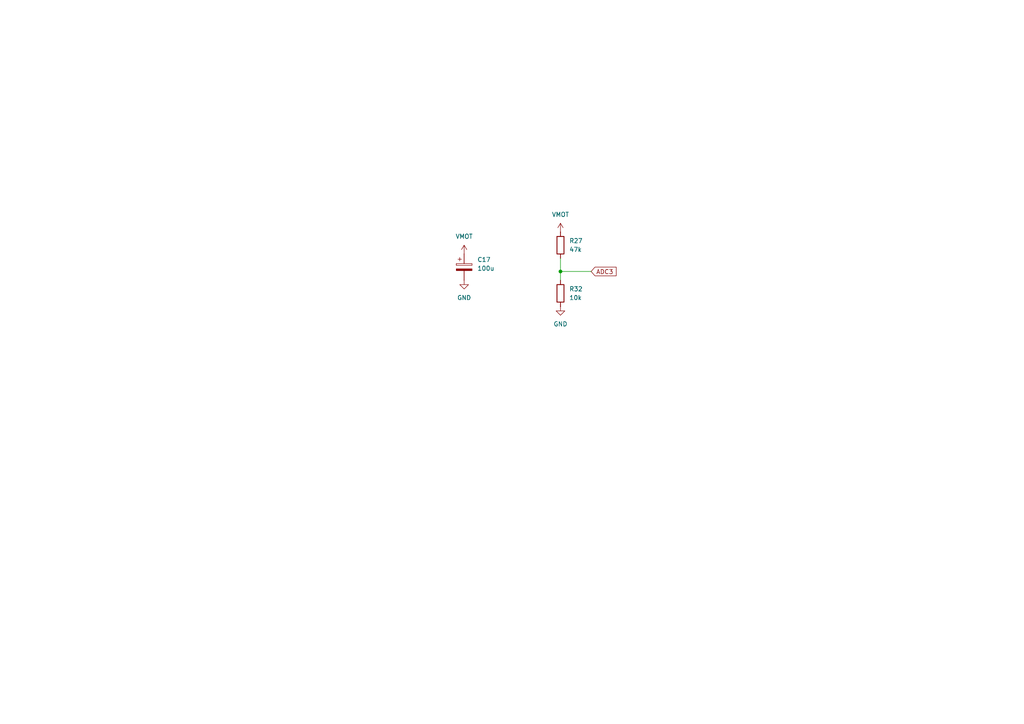
<source format=kicad_sch>
(kicad_sch
	(version 20250114)
	(generator "eeschema")
	(generator_version "9.0")
	(uuid "3751e28f-6601-4e0d-8864-6f5a68ebda71")
	(paper "A4")
	(title_block
		(company "Astra Robotics")
	)
	(lib_symbols
		(symbol "Device:C_Polarized"
			(pin_numbers
				(hide yes)
			)
			(pin_names
				(offset 0.254)
			)
			(exclude_from_sim no)
			(in_bom yes)
			(on_board yes)
			(property "Reference" "C"
				(at 0.635 2.54 0)
				(effects
					(font
						(size 1.27 1.27)
					)
					(justify left)
				)
			)
			(property "Value" "C_Polarized"
				(at 0.635 -2.54 0)
				(effects
					(font
						(size 1.27 1.27)
					)
					(justify left)
				)
			)
			(property "Footprint" ""
				(at 0.9652 -3.81 0)
				(effects
					(font
						(size 1.27 1.27)
					)
					(hide yes)
				)
			)
			(property "Datasheet" "~"
				(at 0 0 0)
				(effects
					(font
						(size 1.27 1.27)
					)
					(hide yes)
				)
			)
			(property "Description" "Polarized capacitor"
				(at 0 0 0)
				(effects
					(font
						(size 1.27 1.27)
					)
					(hide yes)
				)
			)
			(property "ki_keywords" "cap capacitor"
				(at 0 0 0)
				(effects
					(font
						(size 1.27 1.27)
					)
					(hide yes)
				)
			)
			(property "ki_fp_filters" "CP_*"
				(at 0 0 0)
				(effects
					(font
						(size 1.27 1.27)
					)
					(hide yes)
				)
			)
			(symbol "C_Polarized_0_1"
				(rectangle
					(start -2.286 0.508)
					(end 2.286 1.016)
					(stroke
						(width 0)
						(type default)
					)
					(fill
						(type none)
					)
				)
				(polyline
					(pts
						(xy -1.778 2.286) (xy -0.762 2.286)
					)
					(stroke
						(width 0)
						(type default)
					)
					(fill
						(type none)
					)
				)
				(polyline
					(pts
						(xy -1.27 2.794) (xy -1.27 1.778)
					)
					(stroke
						(width 0)
						(type default)
					)
					(fill
						(type none)
					)
				)
				(rectangle
					(start 2.286 -0.508)
					(end -2.286 -1.016)
					(stroke
						(width 0)
						(type default)
					)
					(fill
						(type outline)
					)
				)
			)
			(symbol "C_Polarized_1_1"
				(pin passive line
					(at 0 3.81 270)
					(length 2.794)
					(name "~"
						(effects
							(font
								(size 1.27 1.27)
							)
						)
					)
					(number "1"
						(effects
							(font
								(size 1.27 1.27)
							)
						)
					)
				)
				(pin passive line
					(at 0 -3.81 90)
					(length 2.794)
					(name "~"
						(effects
							(font
								(size 1.27 1.27)
							)
						)
					)
					(number "2"
						(effects
							(font
								(size 1.27 1.27)
							)
						)
					)
				)
			)
			(embedded_fonts no)
		)
		(symbol "Device:R"
			(pin_numbers
				(hide yes)
			)
			(pin_names
				(offset 0)
			)
			(exclude_from_sim no)
			(in_bom yes)
			(on_board yes)
			(property "Reference" "R"
				(at 2.032 0 90)
				(effects
					(font
						(size 1.27 1.27)
					)
				)
			)
			(property "Value" "R"
				(at 0 0 90)
				(effects
					(font
						(size 1.27 1.27)
					)
				)
			)
			(property "Footprint" ""
				(at -1.778 0 90)
				(effects
					(font
						(size 1.27 1.27)
					)
					(hide yes)
				)
			)
			(property "Datasheet" "~"
				(at 0 0 0)
				(effects
					(font
						(size 1.27 1.27)
					)
					(hide yes)
				)
			)
			(property "Description" "Resistor"
				(at 0 0 0)
				(effects
					(font
						(size 1.27 1.27)
					)
					(hide yes)
				)
			)
			(property "ki_keywords" "R res resistor"
				(at 0 0 0)
				(effects
					(font
						(size 1.27 1.27)
					)
					(hide yes)
				)
			)
			(property "ki_fp_filters" "R_*"
				(at 0 0 0)
				(effects
					(font
						(size 1.27 1.27)
					)
					(hide yes)
				)
			)
			(symbol "R_0_1"
				(rectangle
					(start -1.016 -2.54)
					(end 1.016 2.54)
					(stroke
						(width 0.254)
						(type default)
					)
					(fill
						(type none)
					)
				)
			)
			(symbol "R_1_1"
				(pin passive line
					(at 0 3.81 270)
					(length 1.27)
					(name "~"
						(effects
							(font
								(size 1.27 1.27)
							)
						)
					)
					(number "1"
						(effects
							(font
								(size 1.27 1.27)
							)
						)
					)
				)
				(pin passive line
					(at 0 -3.81 90)
					(length 1.27)
					(name "~"
						(effects
							(font
								(size 1.27 1.27)
							)
						)
					)
					(number "2"
						(effects
							(font
								(size 1.27 1.27)
							)
						)
					)
				)
			)
			(embedded_fonts no)
		)
		(symbol "power:+3V3"
			(power)
			(pin_numbers
				(hide yes)
			)
			(pin_names
				(offset 0)
				(hide yes)
			)
			(exclude_from_sim no)
			(in_bom yes)
			(on_board yes)
			(property "Reference" "#PWR"
				(at 0 -3.81 0)
				(effects
					(font
						(size 1.27 1.27)
					)
					(hide yes)
				)
			)
			(property "Value" "+3V3"
				(at 0 3.556 0)
				(effects
					(font
						(size 1.27 1.27)
					)
				)
			)
			(property "Footprint" ""
				(at 0 0 0)
				(effects
					(font
						(size 1.27 1.27)
					)
					(hide yes)
				)
			)
			(property "Datasheet" ""
				(at 0 0 0)
				(effects
					(font
						(size 1.27 1.27)
					)
					(hide yes)
				)
			)
			(property "Description" "Power symbol creates a global label with name \"+3V3\""
				(at 0 0 0)
				(effects
					(font
						(size 1.27 1.27)
					)
					(hide yes)
				)
			)
			(property "ki_keywords" "global power"
				(at 0 0 0)
				(effects
					(font
						(size 1.27 1.27)
					)
					(hide yes)
				)
			)
			(symbol "+3V3_0_1"
				(polyline
					(pts
						(xy -0.762 1.27) (xy 0 2.54)
					)
					(stroke
						(width 0)
						(type default)
					)
					(fill
						(type none)
					)
				)
				(polyline
					(pts
						(xy 0 2.54) (xy 0.762 1.27)
					)
					(stroke
						(width 0)
						(type default)
					)
					(fill
						(type none)
					)
				)
				(polyline
					(pts
						(xy 0 0) (xy 0 2.54)
					)
					(stroke
						(width 0)
						(type default)
					)
					(fill
						(type none)
					)
				)
			)
			(symbol "+3V3_1_1"
				(pin power_in line
					(at 0 0 90)
					(length 0)
					(name "~"
						(effects
							(font
								(size 1.27 1.27)
							)
						)
					)
					(number "1"
						(effects
							(font
								(size 1.27 1.27)
							)
						)
					)
				)
			)
			(embedded_fonts no)
		)
		(symbol "power:GND"
			(power)
			(pin_numbers
				(hide yes)
			)
			(pin_names
				(offset 0)
				(hide yes)
			)
			(exclude_from_sim no)
			(in_bom yes)
			(on_board yes)
			(property "Reference" "#PWR"
				(at 0 -6.35 0)
				(effects
					(font
						(size 1.27 1.27)
					)
					(hide yes)
				)
			)
			(property "Value" "GND"
				(at 0 -3.81 0)
				(effects
					(font
						(size 1.27 1.27)
					)
				)
			)
			(property "Footprint" ""
				(at 0 0 0)
				(effects
					(font
						(size 1.27 1.27)
					)
					(hide yes)
				)
			)
			(property "Datasheet" ""
				(at 0 0 0)
				(effects
					(font
						(size 1.27 1.27)
					)
					(hide yes)
				)
			)
			(property "Description" "Power symbol creates a global label with name \"GND\" , ground"
				(at 0 0 0)
				(effects
					(font
						(size 1.27 1.27)
					)
					(hide yes)
				)
			)
			(property "ki_keywords" "global power"
				(at 0 0 0)
				(effects
					(font
						(size 1.27 1.27)
					)
					(hide yes)
				)
			)
			(symbol "GND_0_1"
				(polyline
					(pts
						(xy 0 0) (xy 0 -1.27) (xy 1.27 -1.27) (xy 0 -2.54) (xy -1.27 -1.27) (xy 0 -1.27)
					)
					(stroke
						(width 0)
						(type default)
					)
					(fill
						(type none)
					)
				)
			)
			(symbol "GND_1_1"
				(pin power_in line
					(at 0 0 270)
					(length 0)
					(name "~"
						(effects
							(font
								(size 1.27 1.27)
							)
						)
					)
					(number "1"
						(effects
							(font
								(size 1.27 1.27)
							)
						)
					)
				)
			)
			(embedded_fonts no)
		)
	)
	(junction
		(at 162.56 78.74)
		(diameter 0)
		(color 0 0 0 0)
		(uuid "8820a397-4327-48a7-aae8-91bcde185bed")
	)
	(wire
		(pts
			(xy 162.56 78.74) (xy 171.45 78.74)
		)
		(stroke
			(width 0)
			(type default)
		)
		(uuid "8a68b4b3-1e8d-46e2-95f3-65529d2fe5d6")
	)
	(wire
		(pts
			(xy 162.56 74.93) (xy 162.56 78.74)
		)
		(stroke
			(width 0)
			(type default)
		)
		(uuid "d3fea57e-3509-44f5-9723-c967ae33e816")
	)
	(wire
		(pts
			(xy 162.56 78.74) (xy 162.56 81.28)
		)
		(stroke
			(width 0)
			(type default)
		)
		(uuid "fc69f9a8-6899-4c88-ac17-b39a88e7e2e6")
	)
	(global_label "ADC3"
		(shape input)
		(at 171.45 78.74 0)
		(fields_autoplaced yes)
		(effects
			(font
				(size 1.27 1.27)
			)
			(justify left)
		)
		(uuid "82f0032a-b81c-4943-a94b-a839600bbc63")
		(property "Intersheetrefs" "${INTERSHEET_REFS}"
			(at 179.2733 78.74 0)
			(effects
				(font
					(size 1.27 1.27)
				)
				(justify left)
				(hide yes)
			)
		)
	)
	(symbol
		(lib_id "Device:C_Polarized")
		(at 134.62 77.47 0)
		(unit 1)
		(exclude_from_sim no)
		(in_bom yes)
		(on_board yes)
		(dnp no)
		(fields_autoplaced yes)
		(uuid "1724fa17-b72b-4c51-b11f-8242ce1fbb81")
		(property "Reference" "C17"
			(at 138.43 75.3109 0)
			(effects
				(font
					(size 1.27 1.27)
				)
				(justify left)
			)
		)
		(property "Value" "100u"
			(at 138.43 77.8509 0)
			(effects
				(font
					(size 1.27 1.27)
				)
				(justify left)
			)
		)
		(property "Footprint" "Capacitor_SMD:C_0603_1608Metric_Pad1.08x0.95mm_HandSolder"
			(at 135.5852 81.28 0)
			(effects
				(font
					(size 1.27 1.27)
				)
				(hide yes)
			)
		)
		(property "Datasheet" "~"
			(at 134.62 77.47 0)
			(effects
				(font
					(size 1.27 1.27)
				)
				(hide yes)
			)
		)
		(property "Description" "Polarized capacitor"
			(at 134.62 77.47 0)
			(effects
				(font
					(size 1.27 1.27)
				)
				(hide yes)
			)
		)
		(pin "1"
			(uuid "1dc510fa-6f65-4070-9573-7d7b97fadbb3")
		)
		(pin "2"
			(uuid "954f0e1e-6ea9-4387-aa8d-59ededb7e11a")
		)
		(instances
			(project ""
				(path "/6379cb09-8427-484b-8caa-23471c63c9c8/bdb58866-0c46-4246-93d7-52944707f781"
					(reference "C17")
					(unit 1)
				)
			)
		)
	)
	(symbol
		(lib_id "power:GND")
		(at 162.56 88.9 0)
		(unit 1)
		(exclude_from_sim no)
		(in_bom yes)
		(on_board yes)
		(dnp no)
		(fields_autoplaced yes)
		(uuid "6eba1d53-0b7f-4238-b4e4-fe02cf69301a")
		(property "Reference" "#PWR057"
			(at 162.56 95.25 0)
			(effects
				(font
					(size 1.27 1.27)
				)
				(hide yes)
			)
		)
		(property "Value" "GND"
			(at 162.56 93.98 0)
			(effects
				(font
					(size 1.27 1.27)
				)
			)
		)
		(property "Footprint" ""
			(at 162.56 88.9 0)
			(effects
				(font
					(size 1.27 1.27)
				)
				(hide yes)
			)
		)
		(property "Datasheet" ""
			(at 162.56 88.9 0)
			(effects
				(font
					(size 1.27 1.27)
				)
				(hide yes)
			)
		)
		(property "Description" "Power symbol creates a global label with name \"GND\" , ground"
			(at 162.56 88.9 0)
			(effects
				(font
					(size 1.27 1.27)
				)
				(hide yes)
			)
		)
		(pin "1"
			(uuid "8032e1f5-ab3e-4242-8e93-94763efdfdbd")
		)
		(instances
			(project "MBot"
				(path "/6379cb09-8427-484b-8caa-23471c63c9c8/bdb58866-0c46-4246-93d7-52944707f781"
					(reference "#PWR057")
					(unit 1)
				)
			)
		)
	)
	(symbol
		(lib_id "Device:R")
		(at 162.56 71.12 0)
		(unit 1)
		(exclude_from_sim no)
		(in_bom yes)
		(on_board yes)
		(dnp no)
		(fields_autoplaced yes)
		(uuid "7861703c-084f-4aae-95b4-1764466c2a61")
		(property "Reference" "R27"
			(at 165.1 69.8499 0)
			(effects
				(font
					(size 1.27 1.27)
				)
				(justify left)
			)
		)
		(property "Value" "47k"
			(at 165.1 72.3899 0)
			(effects
				(font
					(size 1.27 1.27)
				)
				(justify left)
			)
		)
		(property "Footprint" "Resistor_SMD:R_0603_1608Metric_Pad0.98x0.95mm_HandSolder"
			(at 160.782 71.12 90)
			(effects
				(font
					(size 1.27 1.27)
				)
				(hide yes)
			)
		)
		(property "Datasheet" "~"
			(at 162.56 71.12 0)
			(effects
				(font
					(size 1.27 1.27)
				)
				(hide yes)
			)
		)
		(property "Description" "Resistor"
			(at 162.56 71.12 0)
			(effects
				(font
					(size 1.27 1.27)
				)
				(hide yes)
			)
		)
		(pin "1"
			(uuid "1f7ccc9f-9b9a-4dfd-a6b0-18e48227fa44")
		)
		(pin "2"
			(uuid "244ff912-3c3c-489b-84b2-390e7f55ea9a")
		)
		(instances
			(project ""
				(path "/6379cb09-8427-484b-8caa-23471c63c9c8/bdb58866-0c46-4246-93d7-52944707f781"
					(reference "R27")
					(unit 1)
				)
			)
		)
	)
	(symbol
		(lib_id "power:GND")
		(at 134.62 81.28 0)
		(unit 1)
		(exclude_from_sim no)
		(in_bom yes)
		(on_board yes)
		(dnp no)
		(fields_autoplaced yes)
		(uuid "8d552db5-4530-4d36-a7bf-a96105439b51")
		(property "Reference" "#PWR056"
			(at 134.62 87.63 0)
			(effects
				(font
					(size 1.27 1.27)
				)
				(hide yes)
			)
		)
		(property "Value" "GND"
			(at 134.62 86.36 0)
			(effects
				(font
					(size 1.27 1.27)
				)
			)
		)
		(property "Footprint" ""
			(at 134.62 81.28 0)
			(effects
				(font
					(size 1.27 1.27)
				)
				(hide yes)
			)
		)
		(property "Datasheet" ""
			(at 134.62 81.28 0)
			(effects
				(font
					(size 1.27 1.27)
				)
				(hide yes)
			)
		)
		(property "Description" "Power symbol creates a global label with name \"GND\" , ground"
			(at 134.62 81.28 0)
			(effects
				(font
					(size 1.27 1.27)
				)
				(hide yes)
			)
		)
		(pin "1"
			(uuid "24c05e78-2c24-4754-bb8d-725e154cb1af")
		)
		(instances
			(project ""
				(path "/6379cb09-8427-484b-8caa-23471c63c9c8/bdb58866-0c46-4246-93d7-52944707f781"
					(reference "#PWR056")
					(unit 1)
				)
			)
		)
	)
	(symbol
		(lib_id "Device:R")
		(at 162.56 85.09 0)
		(unit 1)
		(exclude_from_sim no)
		(in_bom yes)
		(on_board yes)
		(dnp no)
		(fields_autoplaced yes)
		(uuid "97b22daf-a3f7-4dd8-a52f-cbe0428bd714")
		(property "Reference" "R32"
			(at 165.1 83.8199 0)
			(effects
				(font
					(size 1.27 1.27)
				)
				(justify left)
			)
		)
		(property "Value" "10k"
			(at 165.1 86.3599 0)
			(effects
				(font
					(size 1.27 1.27)
				)
				(justify left)
			)
		)
		(property "Footprint" "Resistor_SMD:R_0603_1608Metric_Pad0.98x0.95mm_HandSolder"
			(at 160.782 85.09 90)
			(effects
				(font
					(size 1.27 1.27)
				)
				(hide yes)
			)
		)
		(property "Datasheet" "~"
			(at 162.56 85.09 0)
			(effects
				(font
					(size 1.27 1.27)
				)
				(hide yes)
			)
		)
		(property "Description" "Resistor"
			(at 162.56 85.09 0)
			(effects
				(font
					(size 1.27 1.27)
				)
				(hide yes)
			)
		)
		(pin "1"
			(uuid "1f7ccc9f-9b9a-4dfd-a6b0-18e48227fa45")
		)
		(pin "2"
			(uuid "244ff912-3c3c-489b-84b2-390e7f55ea9b")
		)
		(instances
			(project ""
				(path "/6379cb09-8427-484b-8caa-23471c63c9c8/bdb58866-0c46-4246-93d7-52944707f781"
					(reference "R32")
					(unit 1)
				)
			)
		)
	)
	(symbol
		(lib_id "power:+3V3")
		(at 134.62 73.66 0)
		(unit 1)
		(exclude_from_sim no)
		(in_bom yes)
		(on_board yes)
		(dnp no)
		(fields_autoplaced yes)
		(uuid "efd5fc92-9de2-4dda-b40e-f1dd9f525811")
		(property "Reference" "#PWR055"
			(at 134.62 77.47 0)
			(effects
				(font
					(size 1.27 1.27)
				)
				(hide yes)
			)
		)
		(property "Value" "VMOT"
			(at 134.62 68.58 0)
			(effects
				(font
					(size 1.27 1.27)
				)
			)
		)
		(property "Footprint" ""
			(at 134.62 73.66 0)
			(effects
				(font
					(size 1.27 1.27)
				)
				(hide yes)
			)
		)
		(property "Datasheet" ""
			(at 134.62 73.66 0)
			(effects
				(font
					(size 1.27 1.27)
				)
				(hide yes)
			)
		)
		(property "Description" "Power symbol creates a global label with name \"+3V3\""
			(at 134.62 73.66 0)
			(effects
				(font
					(size 1.27 1.27)
				)
				(hide yes)
			)
		)
		(pin "1"
			(uuid "b56e06f5-3dc9-44fa-97ed-f9efce0fafe1")
		)
		(instances
			(project ""
				(path "/6379cb09-8427-484b-8caa-23471c63c9c8/bdb58866-0c46-4246-93d7-52944707f781"
					(reference "#PWR055")
					(unit 1)
				)
			)
		)
	)
	(symbol
		(lib_id "power:+3V3")
		(at 162.56 67.31 0)
		(unit 1)
		(exclude_from_sim no)
		(in_bom yes)
		(on_board yes)
		(dnp no)
		(fields_autoplaced yes)
		(uuid "f969ba4b-55ef-4134-bd66-673f577f7b55")
		(property "Reference" "#PWR058"
			(at 162.56 71.12 0)
			(effects
				(font
					(size 1.27 1.27)
				)
				(hide yes)
			)
		)
		(property "Value" "VMOT"
			(at 162.56 62.23 0)
			(effects
				(font
					(size 1.27 1.27)
				)
			)
		)
		(property "Footprint" ""
			(at 162.56 67.31 0)
			(effects
				(font
					(size 1.27 1.27)
				)
				(hide yes)
			)
		)
		(property "Datasheet" ""
			(at 162.56 67.31 0)
			(effects
				(font
					(size 1.27 1.27)
				)
				(hide yes)
			)
		)
		(property "Description" "Power symbol creates a global label with name \"+3V3\""
			(at 162.56 67.31 0)
			(effects
				(font
					(size 1.27 1.27)
				)
				(hide yes)
			)
		)
		(pin "1"
			(uuid "2d0ce99e-9e8c-4d15-a226-64a81910ff66")
		)
		(instances
			(project "MBot"
				(path "/6379cb09-8427-484b-8caa-23471c63c9c8/bdb58866-0c46-4246-93d7-52944707f781"
					(reference "#PWR058")
					(unit 1)
				)
			)
		)
	)
)

</source>
